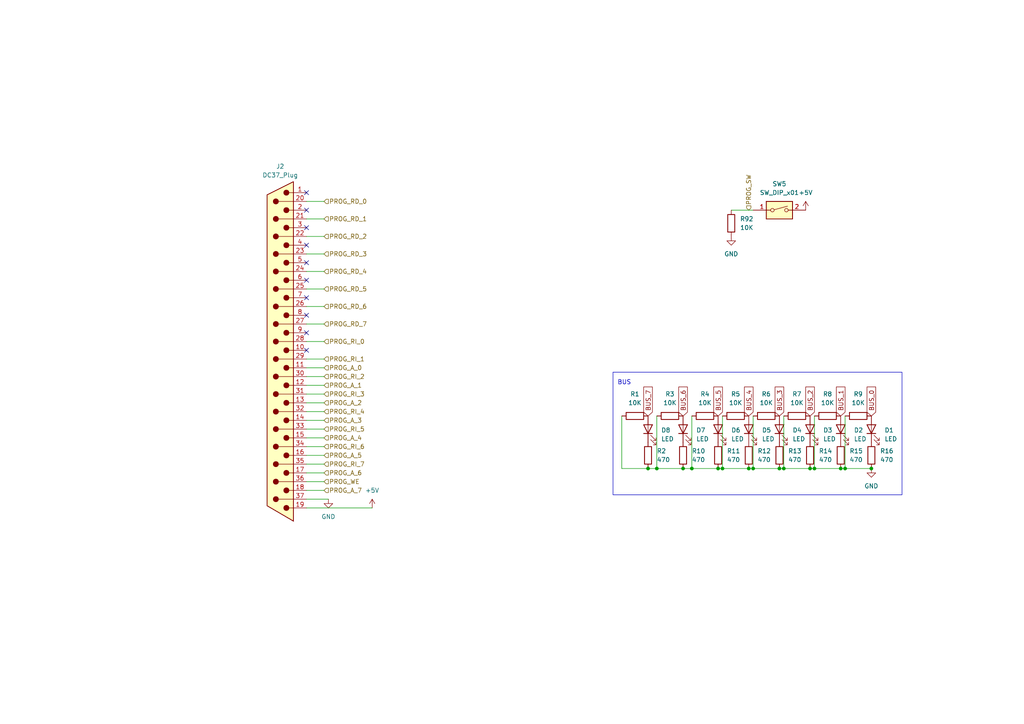
<source format=kicad_sch>
(kicad_sch (version 20230121) (generator eeschema)
  (paper "A4")
  (title_block (title "Programmierport") (date "2023-07-19") (rev "1"))
  (lib_symbols
    (symbol "Connector:DC37_Plug" (pin_names (offset 1.016) hide)
      (property "Reference" "J" (at 0 50.8 0))
      (property "Value" "DC37_Plug" (at 0 -50.8 0))
      (symbol "DC37_Plug_0_1"
        (circle (center -1.778 -45.72) (radius 0.762) (fill (type outline)))
        (circle (center -1.778 -40.64) (radius 0.762) (fill (type outline)))
        (circle (center -1.778 -35.56) (radius 0.762) (fill (type outline)))
        (circle (center -1.778 -30.48) (radius 0.762) (fill (type outline)))
        (circle (center -1.778 -25.4) (radius 0.762) (fill (type outline)))
        (circle (center -1.778 -20.32) (radius 0.762) (fill (type outline)))
        (circle (center -1.778 -15.24) (radius 0.762) (fill (type outline)))
        (circle (center -1.778 -10.16) (radius 0.762) (fill (type outline)))
        (circle (center -1.778 -5.08) (radius 0.762) (fill (type outline)))
        (circle (center -1.778 0) (radius 0.762) (fill (type outline)))
        (circle (center -1.778 5.08) (radius 0.762) (fill (type outline)))
        (circle (center -1.778 10.16) (radius 0.762) (fill (type outline)))
        (circle (center -1.778 15.24) (radius 0.762) (fill (type outline)))
        (circle (center -1.778 20.32) (radius 0.762) (fill (type outline)))
        (circle (center -1.778 25.4) (radius 0.762) (fill (type outline)))
        (circle (center -1.778 30.48) (radius 0.762) (fill (type outline)))
        (circle (center -1.778 35.56) (radius 0.762) (fill (type outline)))
        (circle (center -1.778 40.64) (radius 0.762) (fill (type outline)))
        (circle (center -1.778 45.72) (radius 0.762) (fill (type outline)))
        (polyline (pts (xy -3.81 -45.72) (xy -2.54 -45.72)))
        (polyline (pts (xy -3.81 -43.18) (xy 0.508 -43.18)))
        (polyline (pts (xy -3.81 -40.64) (xy -2.54 -40.64)))
        (polyline (pts (xy -3.81 -38.1) (xy 0.508 -38.1)))
        (polyline (pts (xy -3.81 -35.56) (xy -2.54 -35.56)))
        (polyline (pts (xy -3.81 -33.02) (xy 0.508 -33.02)))
        (polyline (pts (xy -3.81 -30.48) (xy -2.54 -30.48)))
        (polyline (pts (xy -3.81 -27.94) (xy 0.508 -27.94)))
        (polyline (pts (xy -3.81 -25.4) (xy -2.54 -25.4)))
        (polyline (pts (xy -3.81 -22.86) (xy 0.508 -22.86)))
        (polyline (pts (xy -3.81 -20.32) (xy -2.54 -20.32)))
        (polyline (pts (xy -3.81 -17.78) (xy 0.508 -17.78)))
        (polyline (pts (xy -3.81 -15.24) (xy -2.54 -15.24)))
        (polyline (pts (xy -3.81 -12.7) (xy 0.508 -12.7)))
        (polyline (pts (xy -3.81 -10.16) (xy -2.54 -10.16)))
        (polyline (pts (xy -3.81 -7.62) (xy 0.508 -7.62)))
        (polyline (pts (xy -3.81 -5.08) (xy -2.54 -5.08)))
        (polyline (pts (xy -3.81 -2.54) (xy 0.508 -2.54)))
        (polyline (pts (xy -3.81 0) (xy -2.54 0)))
        (polyline (pts (xy -3.81 2.54) (xy 0.508 2.54)))
        (polyline (pts (xy -3.81 5.08) (xy -2.54 5.08)))
        (polyline (pts (xy -3.81 7.62) (xy 0.508 7.62)))
        (polyline (pts (xy -3.81 10.16) (xy -2.54 10.16)))
        (polyline (pts (xy -3.81 12.7) (xy 0.508 12.7)))
        (polyline (pts (xy -3.81 15.24) (xy -2.54 15.24)))
        (polyline (pts (xy -3.81 17.78) (xy 0.508 17.78)))
        (polyline (pts (xy -3.81 20.32) (xy -2.54 20.32)))
        (polyline (pts (xy -3.81 22.86) (xy 0.508 22.86)))
        (polyline (pts (xy -3.81 25.4) (xy -2.54 25.4)))
        (polyline (pts (xy -3.81 27.94) (xy 0.508 27.94)))
        (polyline (pts (xy -3.81 30.48) (xy -2.54 30.48)))
        (polyline (pts (xy -3.81 33.02) (xy 0.508 33.02)))
        (polyline (pts (xy -3.81 35.56) (xy -2.54 35.56)))
        (polyline (pts (xy -3.81 38.1) (xy 0.508 38.1)))
        (polyline (pts (xy -3.81 40.64) (xy -2.54 40.64)))
        (polyline (pts (xy -3.81 43.18) (xy 0.508 43.18)))
        (polyline (pts (xy -3.81 45.72) (xy -2.54 45.72)))
        (polyline (pts (xy -3.81 49.53) (xy 3.81 45.085) (xy 3.81 -45.085) (xy -3.81 -48.895) (xy -3.81 49.53)) (stroke (width 0.254)) (fill (type background)))
        (circle (center 1.27 -43.18) (radius 0.762) (fill (type outline)))
        (circle (center 1.27 -38.1) (radius 0.762) (fill (type outline)))
        (circle (center 1.27 -33.02) (radius 0.762) (fill (type outline)))
        (circle (center 1.27 -27.94) (radius 0.762) (fill (type outline)))
        (circle (center 1.27 -22.86) (radius 0.762) (fill (type outline)))
        (circle (center 1.27 -17.78) (radius 0.762) (fill (type outline)))
        (circle (center 1.27 -12.7) (radius 0.762) (fill (type outline)))
        (circle (center 1.27 -7.62) (radius 0.762) (fill (type outline)))
        (circle (center 1.27 -2.54) (radius 0.762) (fill (type outline)))
        (circle (center 1.27 2.54) (radius 0.762) (fill (type outline)))
        (circle (center 1.27 7.62) (radius 0.762) (fill (type outline)))
        (circle (center 1.27 12.7) (radius 0.762) (fill (type outline)))
        (circle (center 1.27 17.78) (radius 0.762) (fill (type outline)))
        (circle (center 1.27 22.86) (radius 0.762) (fill (type outline)))
        (circle (center 1.27 27.94) (radius 0.762) (fill (type outline)))
        (circle (center 1.27 33.02) (radius 0.762) (fill (type outline)))
        (circle (center 1.27 38.1) (radius 0.762) (fill (type outline)))
        (circle (center 1.27 43.18) (radius 0.762) (fill (type outline)))
      )
      (symbol "DC37_Plug_1_1"
        (pin passive line (at -7.62 -45.72 0) (length 3.81) (name "1") (number "1"))
        (pin passive line (at -7.62 0 0) (length 3.81) (name "10") (number "10"))
        (pin passive line (at -7.62 5.08 0) (length 3.81) (name "11") (number "11"))
        (pin passive line (at -7.62 10.16 0) (length 3.81) (name "12") (number "12"))
        (pin passive line (at -7.62 15.24 0) (length 3.81) (name "13") (number "13"))
        (pin passive line (at -7.62 20.32 0) (length 3.81) (name "14") (number "14"))
        (pin passive line (at -7.62 25.4 0) (length 3.81) (name "15") (number "15"))
        (pin passive line (at -7.62 30.48 0) (length 3.81) (name "16") (number "16"))
        (pin passive line (at -7.62 35.56 0) (length 3.81) (name "17") (number "17"))
        (pin passive line (at -7.62 40.64 0) (length 3.81) (name "18") (number "18"))
        (pin passive line (at -7.62 45.72 0) (length 3.81) (name "19") (number "19"))
        (pin passive line (at -7.62 -40.64 0) (length 3.81) (name "2") (number "2"))
        (pin passive line (at -7.62 -43.18 0) (length 3.81) (name "20") (number "20"))
        (pin passive line (at -7.62 -38.1 0) (length 3.81) (name "21") (number "21"))
        (pin passive line (at -7.62 -33.02 0) (length 3.81) (name "22") (number "22"))
        (pin passive line (at -7.62 -27.94 0) (length 3.81) (name "23") (number "23"))
        (pin passive line (at -7.62 -22.86 0) (length 3.81) (name "24") (number "24"))
        (pin passive line (at -7.62 -17.78 0) (length 3.81) (name "25") (number "25"))
        (pin passive line (at -7.62 -12.7 0) (length 3.81) (name "26") (number "26"))
        (pin passive line (at -7.62 -7.62 0) (length 3.81) (name "27") (number "27"))
        (pin passive line (at -7.62 -2.54 0) (length 3.81) (name "28") (number "28"))
        (pin passive line (at -7.62 2.54 0) (length 3.81) (name "29") (number "29"))
        (pin passive line (at -7.62 -35.56 0) (length 3.81) (name "3") (number "3"))
        (pin passive line (at -7.62 7.62 0) (length 3.81) (name "30") (number "30"))
        (pin passive line (at -7.62 12.7 0) (length 3.81) (name "31") (number "31"))
        (pin passive line (at -7.62 17.78 0) (length 3.81) (name "32") (number "32"))
        (pin passive line (at -7.62 22.86 0) (length 3.81) (name "33") (number "33"))
        (pin passive line (at -7.62 27.94 0) (length 3.81) (name "34") (number "34"))
        (pin passive line (at -7.62 33.02 0) (length 3.81) (name "35") (number "35"))
        (pin passive line (at -7.62 38.1 0) (length 3.81) (name "36") (number "36"))
        (pin passive line (at -7.62 43.18 0) (length 3.81) (name "37") (number "37"))
        (pin passive line (at -7.62 -30.48 0) (length 3.81) (name "4") (number "4"))
        (pin passive line (at -7.62 -25.4 0) (length 3.81) (name "5") (number "5"))
        (pin passive line (at -7.62 -20.32 0) (length 3.81) (name "6") (number "6"))
        (pin passive line (at -7.62 -15.24 0) (length 3.81) (name "7") (number "7"))
        (pin passive line (at -7.62 -10.16 0) (length 3.81) (name "8") (number "8"))
        (pin passive line (at -7.62 -5.08 0) (length 3.81) (name "9") (number "9"))
      )
    )
    (symbol "Device:LED" (pin_numbers hide) (pin_names (offset 1.016) hide)
      (property "Reference" "D" (at 0 2.54 0))
      (property "Value" "LED" (at 0 -2.54 0))
      (symbol "LED_0_1"
        (polyline (pts (xy -1.27 -1.27) (xy -1.27 1.27)) (stroke (width 0.254)))
        (polyline (pts (xy -1.27 0) (xy 1.27 0)))
        (polyline (pts (xy 1.27 -1.27) (xy 1.27 1.27) (xy -1.27 0) (xy 1.27 -1.27)) (stroke (width 0.254)))
        (polyline (pts (xy -3.048 -0.762) (xy -4.572 -2.286) (xy -3.81 -2.286) (xy -4.572 -2.286) (xy -4.572 -1.524)))
        (polyline (pts (xy -1.778 -0.762) (xy -3.302 -2.286) (xy -2.54 -2.286) (xy -3.302 -2.286) (xy -3.302 -1.524)))
      )
      (symbol "LED_1_1"
        (pin passive line (at -3.81 0 0) (length 2.54) (name "K") (number "1"))
        (pin passive line (at 3.81 0 180) (length 2.54) (name "A") (number "2"))
      )
    )
    (symbol "Device:R" (pin_numbers hide) (pin_names (offset 0))
      (property "Reference" "R" (at 2.032 0 90))
      (property "Value" "R" (at 0 0 90))
      (symbol "R_0_1"
        (rectangle (start -1.016 -2.54) (end 1.016 2.54) (stroke (width 0.254)))
      )
      (symbol "R_1_1"
        (pin passive line (at 0 3.81 270) (length 1.27) (name "~") (number "1"))
        (pin passive line (at 0 -3.81 90) (length 1.27) (name "~") (number "2"))
      )
    )
    (symbol "Switch:SW_DIP_x01" (pin_names (offset 0) hide)
      (property "Reference" "SW" (at 0 3.81 0))
      (property "Value" "SW_DIP_x01" (at 0 -3.81 0))
      (symbol "SW_DIP_x01_0_0"
        (circle (center -2.032 0) (radius 0.508))
        (polyline (pts (xy -1.524 0.127) (xy 2.3622 1.1684)))
        (circle (center 2.032 0) (radius 0.508))
      )
      (symbol "SW_DIP_x01_0_1"
        (rectangle (start -3.81 2.54) (end 3.81 -2.54) (stroke (width 0.254)) (fill (type background)))
      )
      (symbol "SW_DIP_x01_1_1"
        (pin passive line (at -7.62 0 0) (length 5.08) (name "~") (number "1"))
        (pin passive line (at 7.62 0 180) (length 5.08) (name "~") (number "2"))
      )
    )
    (symbol "power:+5V" (power) (pin_names (offset 0))
      (property "Value" "+5V" (at 0 3.556 0))
      (symbol "+5V_0_1"
        (polyline (pts (xy -0.762 1.27) (xy 0 2.54)))
        (polyline (pts (xy 0 0) (xy 0 2.54)))
        (polyline (pts (xy 0 2.54) (xy 0.762 1.27)))
      )
      (symbol "+5V_1_1"
        (pin power_in line (at 0 0 90) (length 0) hide (name "+5V") (number "1"))
      )
    )
    (symbol "power:GND" (power) (pin_names (offset 0))
      (property "Value" "GND" (at 0 -3.81 0))
      (symbol "GND_0_1"
        (polyline (pts (xy 0 0) (xy 0 -1.27) (xy 1.27 -1.27) (xy 0 -2.54) (xy -1.27 -1.27) (xy 0 -1.27)))
      )
      (symbol "GND_1_1"
        (pin power_in line (at 0 0 270) (length 0) hide (name "GND") (number "1"))
      )
    )
  )
  (junction (at 252.73 135.89))
  (junction (at 226.06 135.89))
  (junction (at 208.28 135.89))
  (junction (at 217.17 135.89))
  (junction (at 198.12 135.89))
  (junction (at 227.33 135.89))
  (junction (at 218.44 135.89))
  (junction (at 245.11 135.89))
  (junction (at 209.55 135.89))
  (junction (at 190.5 135.89))
  (junction (at 236.22 135.89))
  (junction (at 243.84 135.89))
  (junction (at 200.66 135.89))
  (junction (at 187.96 135.89))
  (junction (at 234.95 135.89))
  (no_connect (at 88.9 55.88))
  (no_connect (at 88.9 76.2))
  (no_connect (at 88.9 66.04))
  (no_connect (at 88.9 96.52))
  (no_connect (at 88.9 101.6))
  (no_connect (at 88.9 86.36))
  (no_connect (at 88.9 60.96))
  (no_connect (at 88.9 71.12))
  (no_connect (at 88.9 81.28))
  (no_connect (at 88.9 91.44))
  (wire (pts (xy 88.9 124.46) (xy 93.98 124.46)))
  (wire (pts (xy 236.22 135.89) (xy 243.84 135.89)))
  (wire (pts (xy 88.9 114.3) (xy 93.98 114.3)))
  (wire (pts (xy 88.9 106.68) (xy 93.98 106.68)))
  (wire (pts (xy 88.9 144.78) (xy 95.25 144.78)))
  (wire (pts (xy 227.33 120.65) (xy 227.33 135.89)))
  (wire (pts (xy 236.22 120.65) (xy 236.22 135.89)))
  (wire (pts (xy 209.55 120.65) (xy 209.55 135.89)))
  (wire (pts (xy 190.5 135.89) (xy 198.12 135.89)))
  (wire (pts (xy 88.9 88.9) (xy 93.98 88.9)))
  (wire (pts (xy 88.9 73.66) (xy 93.98 73.66)))
  (wire (pts (xy 88.9 111.76) (xy 93.98 111.76)))
  (wire (pts (xy 88.9 83.82) (xy 93.98 83.82)))
  (wire (pts (xy 243.84 135.89) (xy 245.11 135.89)))
  (wire (pts (xy 187.96 135.89) (xy 190.5 135.89)))
  (wire (pts (xy 88.9 127) (xy 93.98 127)))
  (wire (pts (xy 88.9 121.92) (xy 93.98 121.92)))
  (wire (pts (xy 88.9 68.58) (xy 93.98 68.58)))
  (wire (pts (xy 200.66 120.65) (xy 200.66 135.89)))
  (wire (pts (xy 88.9 129.54) (xy 93.98 129.54)))
  (wire (pts (xy 234.95 135.89) (xy 236.22 135.89)))
  (wire (pts (xy 227.33 135.89) (xy 234.95 135.89)))
  (wire (pts (xy 245.11 135.89) (xy 252.73 135.89)))
  (wire (pts (xy 88.9 137.16) (xy 93.98 137.16)))
  (wire (pts (xy 190.5 120.65) (xy 190.5 135.89)))
  (wire (pts (xy 218.44 120.65) (xy 218.44 135.89)))
  (wire (pts (xy 212.09 60.96) (xy 218.44 60.96)))
  (wire (pts (xy 88.9 104.14) (xy 93.98 104.14)))
  (wire (pts (xy 226.06 135.89) (xy 227.33 135.89)))
  (wire (pts (xy 217.17 135.89) (xy 218.44 135.89)))
  (wire (pts (xy 88.9 93.98) (xy 93.98 93.98)))
  (wire (pts (xy 218.44 135.89) (xy 226.06 135.89)))
  (wire (pts (xy 88.9 142.24) (xy 93.98 142.24)))
  (wire (pts (xy 88.9 78.74) (xy 93.98 78.74)))
  (wire (pts (xy 88.9 116.84) (xy 93.98 116.84)))
  (wire (pts (xy 88.9 139.7) (xy 93.98 139.7)))
  (wire (pts (xy 200.66 135.89) (xy 208.28 135.89)))
  (wire (pts (xy 88.9 99.06) (xy 93.98 99.06)))
  (wire (pts (xy 88.9 109.22) (xy 93.98 109.22)))
  (wire (pts (xy 180.34 120.65) (xy 180.34 135.89)))
  (wire (pts (xy 180.34 135.89) (xy 187.96 135.89)))
  (wire (pts (xy 198.12 135.89) (xy 200.66 135.89)))
  (wire (pts (xy 209.55 135.89) (xy 217.17 135.89)))
  (wire (pts (xy 208.28 135.89) (xy 209.55 135.89)))
  (wire (pts (xy 88.9 58.42) (xy 93.98 58.42)))
  (wire (pts (xy 88.9 132.08) (xy 93.98 132.08)))
  (wire (pts (xy 88.9 63.5) (xy 93.98 63.5)))
  (wire (pts (xy 88.9 134.62) (xy 93.98 134.62)))
  (wire (pts (xy 88.9 119.38) (xy 93.98 119.38)))
  (wire (pts (xy 88.9 147.32) (xy 107.95 147.32)))
  (wire (pts (xy 245.11 120.65) (xy 245.11 135.89)))
  (rectangle (start 177.8 107.95) (end 261.62 143.51))
  (text "BUS" (at 179.07 111.76 0) (effects (font (size 1.27 1.27)) (justify left bottom)))
  (global_label "BUS_3" (shape input) (at 226.06 120.65 90) (property "Intersheetrefs" "${INTERSHEET_REFS}" (effects hide)))
  (global_label "BUS_0" (shape input) (at 252.73 120.65 90) (property "Intersheetrefs" "${INTERSHEET_REFS}" (effects hide)))
  (global_label "BUS_1" (shape input) (at 243.84 120.65 90) (property "Intersheetrefs" "${INTERSHEET_REFS}" (effects hide)))
  (global_label "BUS_6" (shape input) (at 198.12 120.65 90) (property "Intersheetrefs" "${INTERSHEET_REFS}" (effects hide)))
  (global_label "BUS_4" (shape input) (at 217.17 120.65 90) (property "Intersheetrefs" "${INTERSHEET_REFS}" (effects hide)))
  (global_label "BUS_2" (shape input) (at 234.95 120.65 90) (property "Intersheetrefs" "${INTERSHEET_REFS}" (effects hide)))
  (global_label "BUS_7" (shape input) (at 187.96 120.65 90) (property "Intersheetrefs" "${INTERSHEET_REFS}" (effects hide)))
  (global_label "BUS_5" (shape input) (at 208.28 120.65 90) (property "Intersheetrefs" "${INTERSHEET_REFS}" (effects hide)))
  (hierarchical_label "PROG_A_7" (shape input) (at 93.98 142.24 0))
  (hierarchical_label "PROG_RD_3" (shape input) (at 93.98 73.66 0))
  (hierarchical_label "PROG_RI_7" (shape input) (at 93.98 134.62 0))
  (hierarchical_label "PROG_RI_5" (shape input) (at 93.98 124.46 0))
  (hierarchical_label "PROG_RI_6" (shape input) (at 93.98 129.54 0))
  (hierarchical_label "PROG_RD_4" (shape input) (at 93.98 78.74 0))
  (hierarchical_label "PROG_RD_2" (shape input) (at 93.98 68.58 0))
  (hierarchical_label "PROG_RI_3" (shape input) (at 93.98 114.3 0))
  (hierarchical_label "PROG_RI_1" (shape input) (at 93.98 104.14 0))
  (hierarchical_label "PROG_A_2" (shape input) (at 93.98 116.84 0))
  (hierarchical_label "PROG_RD_0" (shape input) (at 93.98 58.42 0))
  (hierarchical_label "PROG_WE" (shape input) (at 93.98 139.7 0))
  (hierarchical_label "PROG_A_3" (shape input) (at 93.98 121.92 0))
  (hierarchical_label "PROG_RD_5" (shape input) (at 93.98 83.82 0))
  (hierarchical_label "PROG_RD_1" (shape input) (at 93.98 63.5 0))
  (hierarchical_label "PROG_A_1" (shape input) (at 93.98 111.76 0))
  (hierarchical_label "PROG_RI_4" (shape input) (at 93.98 119.38 0))
  (hierarchical_label "PROG_RD_7" (shape input) (at 93.98 93.98 0))
  (hierarchical_label "PROG_A_6" (shape input) (at 93.98 137.16 0))
  (hierarchical_label "PROG_RI_0" (shape input) (at 93.98 99.06 0))
  (hierarchical_label "PROG_A_0" (shape input) (at 93.98 106.68 0))
  (hierarchical_label "PROG_A_4" (shape input) (at 93.98 127 0))
  (hierarchical_label "PROG_SW" (shape input) (at 217.17 60.96 90))
  (hierarchical_label "PROG_RI_2" (shape input) (at 93.98 109.22 0))
  (hierarchical_label "PROG_A_5" (shape input) (at 93.98 132.08 0))
  (hierarchical_label "PROG_RD_6" (shape input) (at 93.98 88.9 0))
  (symbol (lib_id "power:+5V") (at 233.68 60.96 0) (unit 1)
    (property "Reference" "#PWR089" (effects hide))
    (property "Value" "+5V" (at 233.68 55.88 0))
  )
  (symbol (lib_id "Device:R") (at 184.15 120.65 90) (unit 1)
    (property "Reference" "R1" (at 184.15 114.3 90))
    (property "Value" "10K" (at 184.15 116.84 90))
    (property "Footprint" "Resistor_SMD:R_1206_3216Metric_Pad1.30x1.75mm_HandSolder" (effects hide))
  )
  (symbol (lib_id "Device:R") (at 204.47 120.65 270) (unit 1)
    (property "Reference" "R4" (at 204.47 114.3 90))
    (property "Value" "10K" (at 204.47 116.84 90))
    (property "Footprint" "Resistor_SMD:R_1206_3216Metric_Pad1.30x1.75mm_HandSolder" (effects hide))
    (instances (project "SAP-Extended" (path "" (reference "R4") (unit 1)) (path "" (reference "R3") (unit 1))))
  )
  (symbol (lib_id "Device:R") (at 194.31 120.65 90) (unit 1)
    (property "Reference" "R3" (at 194.31 114.3 90))
    (property "Value" "10K" (at 194.31 116.84 90))
    (property "Footprint" "Resistor_SMD:R_1206_3216Metric_Pad1.30x1.75mm_HandSolder" (effects hide))
    (instances (project "SAP-Extended" (path "" (reference "R3") (unit 1)) (path "" (reference "R2") (unit 1))))
  )
  (symbol (lib_id "Device:LED") (at 217.17 124.46 90) (unit 1)
    (property "Reference" "D5" (at 220.98 124.7775 90) (effects (justify right)))
    (property "Value" "LED" (at 220.98 127.3175 90) (effects (justify right)))
    (property "Footprint" "LED_THT:LED_D3.0mm" (effects hide))
    (instances (project "SAP-Extended" (path "" (reference "D5") (unit 1)) (path "" (reference "D4") (unit 1))))
  )
  (symbol (lib_id "Device:R") (at 252.73 132.08 0) (unit 1)
    (property "Reference" "R16" (at 255.27 130.81 0) (effects (justify left)))
    (property "Value" "470" (at 255.27 133.35 0) (effects (justify left)))
    (property "Footprint" "Resistor_SMD:R_1206_3216Metric_Pad1.30x1.75mm_HandSolder" (effects hide))
  )
  (symbol (lib_id "Connector:DC37_Plug") (at 81.28 101.6 180) (unit 1)
    (property "Reference" "J2" (at 81.28 48.26 0))
    (property "Value" "DC37_Plug" (at 81.28 50.8 0))
    (property "Footprint" "Connector_Dsub:DSUB-37_Male_Horizontal_P2.77x2.84mm_EdgePinOffset4.94mm_Housed_MountingHolesOffset7.48mm" (effects hide))
    (property "Datasheet" " ~" (effects hide))
  )
  (symbol (lib_id "Device:LED") (at 243.84 124.46 90) (unit 1)
    (property "Reference" "D2" (at 247.65 124.7775 90) (effects (justify right)))
    (property "Value" "LED" (at 247.65 127.3175 90) (effects (justify right)))
    (property "Footprint" "LED_THT:LED_D3.0mm" (effects hide))
    (instances (project "SAP-Extended" (path "" (reference "D2") (unit 1)) (path "" (reference "D7") (unit 1))))
  )
  (symbol (lib_id "Device:R") (at 217.17 132.08 0) (unit 1)
    (property "Reference" "R12" (at 219.71 130.81 0) (effects (justify left)))
    (property "Value" "470" (at 219.71 133.35 0) (effects (justify left)))
    (property "Footprint" "Resistor_SMD:R_1206_3216Metric_Pad1.30x1.75mm_HandSolder" (effects hide))
  )
  (symbol (lib_id "Device:R") (at 248.92 120.65 90) (unit 1)
    (property "Reference" "R9" (at 248.92 114.3 90))
    (property "Value" "10K" (at 248.92 116.84 90))
    (property "Footprint" "Resistor_SMD:R_1206_3216Metric_Pad1.30x1.75mm_HandSolder" (effects hide))
    (instances (project "SAP-Extended" (path "" (reference "R9") (unit 1)) (path "" (reference "R8") (unit 1))))
  )
  (symbol (lib_id "Device:R") (at 212.09 64.77 0) (unit 1)
    (property "Reference" "R92" (at 214.63 63.5 0) (effects (justify left)))
    (property "Value" "10K" (at 214.63 66.04 0) (effects (justify left)))
    (property "Footprint" "Resistor_SMD:R_1206_3216Metric_Pad1.30x1.75mm_HandSolder" (effects hide))
  )
  (symbol (lib_id "Device:R") (at 234.95 132.08 0) (unit 1)
    (property "Reference" "R14" (at 237.49 130.81 0) (effects (justify left)))
    (property "Value" "470" (at 237.49 133.35 0) (effects (justify left)))
    (property "Footprint" "Resistor_SMD:R_1206_3216Metric_Pad1.30x1.75mm_HandSolder" (effects hide))
  )
  (symbol (lib_id "Device:R") (at 243.84 132.08 0) (unit 1)
    (property "Reference" "R15" (at 246.38 130.81 0) (effects (justify left)))
    (property "Value" "470" (at 246.38 133.35 0) (effects (justify left)))
    (property "Footprint" "Resistor_SMD:R_1206_3216Metric_Pad1.30x1.75mm_HandSolder" (effects hide))
  )
  (symbol (lib_id "power:GND") (at 95.25 144.78 0) (unit 1)
    (property "Reference" "#PWR087" (effects hide))
    (property "Value" "GND" (at 95.25 149.86 0))
  )
  (symbol (lib_id "Device:R") (at 208.28 132.08 0) (unit 1)
    (property "Reference" "R11" (at 210.82 130.81 0) (effects (justify left)))
    (property "Value" "470" (at 210.82 133.35 0) (effects (justify left)))
    (property "Footprint" "Resistor_SMD:R_1206_3216Metric_Pad1.30x1.75mm_HandSolder" (effects hide))
  )
  (symbol (lib_id "Device:LED") (at 226.06 124.46 90) (unit 1)
    (property "Reference" "D4" (at 229.87 124.7775 90) (effects (justify right)))
    (property "Value" "LED" (at 229.87 127.3175 90) (effects (justify right)))
    (property "Footprint" "LED_THT:LED_D3.0mm" (effects hide))
    (instances (project "SAP-Extended" (path "" (reference "D4") (unit 1)) (path "" (reference "D5") (unit 1))))
  )
  (symbol (lib_id "Switch:SW_DIP_x01") (at 226.06 60.96 0) (unit 1)
    (property "Reference" "SW5" (at 226.06 53.34 0))
    (property "Value" "SW_DIP_x01" (at 226.06 55.88 0))
    (property "Footprint" "Button_Switch_THT:SW_DIP_SPSTx01_Slide_9.78x4.72mm_W7.62mm_P2.54mm" (effects hide))
  )
  (symbol (lib_id "Device:LED") (at 252.73 124.46 90) (unit 1)
    (property "Reference" "D1" (at 256.54 124.7775 90) (effects (justify right)))
    (property "Value" "LED" (at 256.54 127.3175 90) (effects (justify right)))
    (property "Footprint" "LED_THT:LED_D3.0mm" (effects hide))
    (instances (project "SAP-Extended" (path "" (reference "D1") (unit 1)) (path "" (reference "D8") (unit 1))))
  )
  (symbol (lib_id "power:+5V") (at 107.95 147.32 0) (unit 1)
    (property "Reference" "#PWR086" (effects hide))
    (property "Value" "+5V" (at 107.95 142.24 0))
  )
  (symbol (lib_id "power:GND") (at 252.73 135.89 0) (unit 1)
    (property "Reference" "#PWR07" (effects hide))
    (property "Value" "GND" (at 252.73 140.97 0))
  )
  (symbol (lib_id "Device:R") (at 226.06 132.08 0) (unit 1)
    (property "Reference" "R13" (at 228.6 130.81 0) (effects (justify left)))
    (property "Value" "470" (at 228.6 133.35 0) (effects (justify left)))
    (property "Footprint" "Resistor_SMD:R_1206_3216Metric_Pad1.30x1.75mm_HandSolder" (effects hide))
  )
  (symbol (lib_id "power:GND") (at 212.09 68.58 0) (unit 1)
    (property "Reference" "#PWR088" (effects hide))
    (property "Value" "GND" (at 212.09 73.66 0))
  )
  (symbol (lib_id "Device:R") (at 222.25 120.65 90) (unit 1)
    (property "Reference" "R6" (at 222.25 114.3 90))
    (property "Value" "10K" (at 222.25 116.84 90))
    (property "Footprint" "Resistor_SMD:R_1206_3216Metric_Pad1.30x1.75mm_HandSolder" (effects hide))
    (instances (project "SAP-Extended" (path "" (reference "R6") (unit 1)) (path "" (reference "R5") (unit 1))))
  )
  (symbol (lib_id "Device:R") (at 240.03 120.65 90) (unit 1)
    (property "Reference" "R8" (at 240.03 114.3 90))
    (property "Value" "10K" (at 240.03 116.84 90))
    (property "Footprint" "Resistor_SMD:R_1206_3216Metric_Pad1.30x1.75mm_HandSolder" (effects hide))
    (instances (project "SAP-Extended" (path "" (reference "R8") (unit 1)) (path "" (reference "R7") (unit 1))))
  )
  (symbol (lib_id "Device:R") (at 198.12 132.08 0) (unit 1)
    (property "Reference" "R10" (at 200.66 130.81 0) (effects (justify left)))
    (property "Value" "470" (at 200.66 133.35 0) (effects (justify left)))
    (property "Footprint" "Resistor_SMD:R_1206_3216Metric_Pad1.30x1.75mm_HandSolder" (effects hide))
  )
  (symbol (lib_id "Device:LED") (at 198.12 124.46 90) (unit 1)
    (property "Reference" "D7" (at 201.93 124.7775 90) (effects (justify right)))
    (property "Value" "LED" (at 201.93 127.3175 90) (effects (justify right)))
    (property "Footprint" "LED_THT:LED_D3.0mm" (effects hide))
    (instances (project "SAP-Extended" (path "" (reference "D7") (unit 1)) (path "" (reference "D2") (unit 1))))
  )
  (symbol (lib_id "Device:R") (at 213.36 120.65 270) (unit 1)
    (property "Reference" "R5" (at 213.36 114.3 90))
    (property "Value" "10K" (at 213.36 116.84 90))
    (property "Footprint" "Resistor_SMD:R_1206_3216Metric_Pad1.30x1.75mm_HandSolder" (effects hide))
    (instances (project "SAP-Extended" (path "" (reference "R5") (unit 1)) (path "" (reference "R4") (unit 1))))
  )
  (symbol (lib_id "Device:R") (at 231.14 120.65 270) (unit 1)
    (property "Reference" "R7" (at 231.14 114.3 90))
    (property "Value" "10K" (at 231.14 116.84 90))
    (property "Footprint" "Resistor_SMD:R_1206_3216Metric_Pad1.30x1.75mm_HandSolder" (effects hide))
    (instances (project "SAP-Extended" (path "" (reference "R7") (unit 1)) (path "" (reference "R6") (unit 1))))
  )
  (symbol (lib_id "Device:LED") (at 234.95 124.46 90) (unit 1)
    (property "Reference" "D3" (at 238.76 124.7775 90) (effects (justify right)))
    (property "Value" "LED" (at 238.76 127.3175 90) (effects (justify right)))
    (property "Footprint" "LED_THT:LED_D3.0mm" (effects hide))
    (instances (project "SAP-Extended" (path "" (reference "D3") (unit 1)) (path "" (reference "D6") (unit 1))))
  )
  (symbol (lib_id "Device:R") (at 187.96 132.08 0) (unit 1)
    (property "Reference" "R2" (at 190.5 130.81 0) (effects (justify left)))
    (property "Value" "470" (at 190.5 133.35 0) (effects (justify left)))
    (property "Footprint" "Resistor_SMD:R_1206_3216Metric_Pad1.30x1.75mm_HandSolder" (effects hide))
    (instances (project "SAP-Extended" (path "" (reference "R2") (unit 1)) (path "" (reference "R9") (unit 1))))
  )
  (symbol (lib_id "Device:LED") (at 208.28 124.46 90) (unit 1)
    (property "Reference" "D6" (at 212.09 124.7775 90) (effects (justify right)))
    (property "Value" "LED" (at 212.09 127.3175 90) (effects (justify right)))
    (property "Footprint" "LED_THT:LED_D3.0mm" (effects hide))
    (instances (project "SAP-Extended" (path "" (reference "D6") (unit 1)) (path "" (reference "D3") (unit 1))))
  )
  (symbol (lib_id "Device:LED") (at 187.96 124.46 90) (unit 1)
    (property "Reference" "D8" (at 191.77 124.7775 90) (effects (justify right)))
    (property "Value" "LED" (at 191.77 127.3175 90) (effects (justify right)))
    (property "Footprint" "LED_THT:LED_D3.0mm" (effects hide))
    (instances (project "SAP-Extended" (path "" (reference "D8") (unit 1)) (path "" (reference "D1") (unit 1))))
  )
)
</source>
